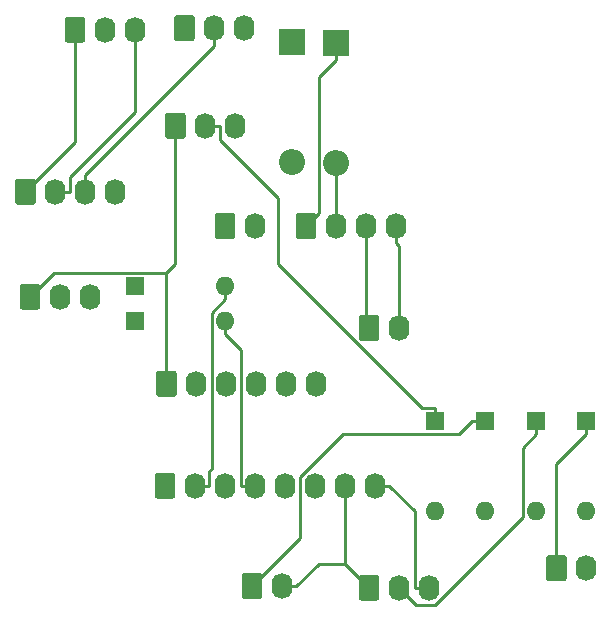
<source format=gbr>
G04 #@! TF.GenerationSoftware,KiCad,Pcbnew,(5.1.5-0-10_14)*
G04 #@! TF.CreationDate,2021-04-18T14:26:12+10:00*
G04 #@! TF.ProjectId,OH - Right Console - 2- Environmental Control System Panel,4f48202d-2052-4696-9768-7420436f6e73,rev?*
G04 #@! TF.SameCoordinates,Original*
G04 #@! TF.FileFunction,Copper,L2,Bot*
G04 #@! TF.FilePolarity,Positive*
%FSLAX46Y46*%
G04 Gerber Fmt 4.6, Leading zero omitted, Abs format (unit mm)*
G04 Created by KiCad (PCBNEW (5.1.5-0-10_14)) date 2021-04-18 14:26:12*
%MOMM*%
%LPD*%
G04 APERTURE LIST*
%ADD10O,1.740000X2.200000*%
%ADD11C,0.100000*%
%ADD12O,2.200000X2.200000*%
%ADD13R,2.200000X2.200000*%
%ADD14O,1.600000X1.600000*%
%ADD15R,1.600000X1.600000*%
%ADD16C,0.250000*%
G04 APERTURE END LIST*
D10*
X109855000Y-124460000D03*
G04 #@! TA.AperFunction,ComponentPad*
D11*
G36*
X107959505Y-123361204D02*
G01*
X107983773Y-123364804D01*
X108007572Y-123370765D01*
X108030671Y-123379030D01*
X108052850Y-123389520D01*
X108073893Y-123402132D01*
X108093599Y-123416747D01*
X108111777Y-123433223D01*
X108128253Y-123451401D01*
X108142868Y-123471107D01*
X108155480Y-123492150D01*
X108165970Y-123514329D01*
X108174235Y-123537428D01*
X108180196Y-123561227D01*
X108183796Y-123585495D01*
X108185000Y-123609999D01*
X108185000Y-125310001D01*
X108183796Y-125334505D01*
X108180196Y-125358773D01*
X108174235Y-125382572D01*
X108165970Y-125405671D01*
X108155480Y-125427850D01*
X108142868Y-125448893D01*
X108128253Y-125468599D01*
X108111777Y-125486777D01*
X108093599Y-125503253D01*
X108073893Y-125517868D01*
X108052850Y-125530480D01*
X108030671Y-125540970D01*
X108007572Y-125549235D01*
X107983773Y-125555196D01*
X107959505Y-125558796D01*
X107935001Y-125560000D01*
X106694999Y-125560000D01*
X106670495Y-125558796D01*
X106646227Y-125555196D01*
X106622428Y-125549235D01*
X106599329Y-125540970D01*
X106577150Y-125530480D01*
X106556107Y-125517868D01*
X106536401Y-125503253D01*
X106518223Y-125486777D01*
X106501747Y-125468599D01*
X106487132Y-125448893D01*
X106474520Y-125427850D01*
X106464030Y-125405671D01*
X106455765Y-125382572D01*
X106449804Y-125358773D01*
X106446204Y-125334505D01*
X106445000Y-125310001D01*
X106445000Y-123609999D01*
X106446204Y-123585495D01*
X106449804Y-123561227D01*
X106455765Y-123537428D01*
X106464030Y-123514329D01*
X106474520Y-123492150D01*
X106487132Y-123471107D01*
X106501747Y-123451401D01*
X106518223Y-123433223D01*
X106536401Y-123416747D01*
X106556107Y-123402132D01*
X106577150Y-123389520D01*
X106599329Y-123379030D01*
X106622428Y-123370765D01*
X106646227Y-123364804D01*
X106670495Y-123361204D01*
X106694999Y-123360000D01*
X107935001Y-123360000D01*
X107959505Y-123361204D01*
G37*
G04 #@! TD.AperFunction*
D10*
X109601000Y-115824000D03*
X107061000Y-115824000D03*
X104521000Y-115824000D03*
G04 #@! TA.AperFunction,ComponentPad*
D11*
G36*
X102625505Y-114725204D02*
G01*
X102649773Y-114728804D01*
X102673572Y-114734765D01*
X102696671Y-114743030D01*
X102718850Y-114753520D01*
X102739893Y-114766132D01*
X102759599Y-114780747D01*
X102777777Y-114797223D01*
X102794253Y-114815401D01*
X102808868Y-114835107D01*
X102821480Y-114856150D01*
X102831970Y-114878329D01*
X102840235Y-114901428D01*
X102846196Y-114925227D01*
X102849796Y-114949495D01*
X102851000Y-114973999D01*
X102851000Y-116674001D01*
X102849796Y-116698505D01*
X102846196Y-116722773D01*
X102840235Y-116746572D01*
X102831970Y-116769671D01*
X102821480Y-116791850D01*
X102808868Y-116812893D01*
X102794253Y-116832599D01*
X102777777Y-116850777D01*
X102759599Y-116867253D01*
X102739893Y-116881868D01*
X102718850Y-116894480D01*
X102696671Y-116904970D01*
X102673572Y-116913235D01*
X102649773Y-116919196D01*
X102625505Y-116922796D01*
X102601001Y-116924000D01*
X101360999Y-116924000D01*
X101336495Y-116922796D01*
X101312227Y-116919196D01*
X101288428Y-116913235D01*
X101265329Y-116904970D01*
X101243150Y-116894480D01*
X101222107Y-116881868D01*
X101202401Y-116867253D01*
X101184223Y-116850777D01*
X101167747Y-116832599D01*
X101153132Y-116812893D01*
X101140520Y-116791850D01*
X101130030Y-116769671D01*
X101121765Y-116746572D01*
X101115804Y-116722773D01*
X101112204Y-116698505D01*
X101111000Y-116674001D01*
X101111000Y-114973999D01*
X101112204Y-114949495D01*
X101115804Y-114925227D01*
X101121765Y-114901428D01*
X101130030Y-114878329D01*
X101140520Y-114856150D01*
X101153132Y-114835107D01*
X101167747Y-114815401D01*
X101184223Y-114797223D01*
X101202401Y-114780747D01*
X101222107Y-114766132D01*
X101243150Y-114753520D01*
X101265329Y-114743030D01*
X101288428Y-114734765D01*
X101312227Y-114728804D01*
X101336495Y-114725204D01*
X101360999Y-114724000D01*
X102601001Y-114724000D01*
X102625505Y-114725204D01*
G37*
G04 #@! TD.AperFunction*
D12*
X100838000Y-110363000D03*
D13*
X100838000Y-100203000D03*
D10*
X102870000Y-129159000D03*
X100330000Y-129159000D03*
X97790000Y-129159000D03*
X95250000Y-129159000D03*
X92710000Y-129159000D03*
G04 #@! TA.AperFunction,ComponentPad*
D11*
G36*
X90814505Y-128060204D02*
G01*
X90838773Y-128063804D01*
X90862572Y-128069765D01*
X90885671Y-128078030D01*
X90907850Y-128088520D01*
X90928893Y-128101132D01*
X90948599Y-128115747D01*
X90966777Y-128132223D01*
X90983253Y-128150401D01*
X90997868Y-128170107D01*
X91010480Y-128191150D01*
X91020970Y-128213329D01*
X91029235Y-128236428D01*
X91035196Y-128260227D01*
X91038796Y-128284495D01*
X91040000Y-128308999D01*
X91040000Y-130009001D01*
X91038796Y-130033505D01*
X91035196Y-130057773D01*
X91029235Y-130081572D01*
X91020970Y-130104671D01*
X91010480Y-130126850D01*
X90997868Y-130147893D01*
X90983253Y-130167599D01*
X90966777Y-130185777D01*
X90948599Y-130202253D01*
X90928893Y-130216868D01*
X90907850Y-130229480D01*
X90885671Y-130239970D01*
X90862572Y-130248235D01*
X90838773Y-130254196D01*
X90814505Y-130257796D01*
X90790001Y-130259000D01*
X89549999Y-130259000D01*
X89525495Y-130257796D01*
X89501227Y-130254196D01*
X89477428Y-130248235D01*
X89454329Y-130239970D01*
X89432150Y-130229480D01*
X89411107Y-130216868D01*
X89391401Y-130202253D01*
X89373223Y-130185777D01*
X89356747Y-130167599D01*
X89342132Y-130147893D01*
X89329520Y-130126850D01*
X89319030Y-130104671D01*
X89310765Y-130081572D01*
X89304804Y-130057773D01*
X89301204Y-130033505D01*
X89300000Y-130009001D01*
X89300000Y-128308999D01*
X89301204Y-128284495D01*
X89304804Y-128260227D01*
X89310765Y-128236428D01*
X89319030Y-128213329D01*
X89329520Y-128191150D01*
X89342132Y-128170107D01*
X89356747Y-128150401D01*
X89373223Y-128132223D01*
X89391401Y-128115747D01*
X89411107Y-128101132D01*
X89432150Y-128088520D01*
X89454329Y-128078030D01*
X89477428Y-128069765D01*
X89501227Y-128063804D01*
X89525495Y-128060204D01*
X89549999Y-128059000D01*
X90790001Y-128059000D01*
X90814505Y-128060204D01*
G37*
G04 #@! TD.AperFunction*
D14*
X95123000Y-123825000D03*
D15*
X87503000Y-123825000D03*
D10*
X99949000Y-146304000D03*
G04 #@! TA.AperFunction,ComponentPad*
D11*
G36*
X98053505Y-145205204D02*
G01*
X98077773Y-145208804D01*
X98101572Y-145214765D01*
X98124671Y-145223030D01*
X98146850Y-145233520D01*
X98167893Y-145246132D01*
X98187599Y-145260747D01*
X98205777Y-145277223D01*
X98222253Y-145295401D01*
X98236868Y-145315107D01*
X98249480Y-145336150D01*
X98259970Y-145358329D01*
X98268235Y-145381428D01*
X98274196Y-145405227D01*
X98277796Y-145429495D01*
X98279000Y-145453999D01*
X98279000Y-147154001D01*
X98277796Y-147178505D01*
X98274196Y-147202773D01*
X98268235Y-147226572D01*
X98259970Y-147249671D01*
X98249480Y-147271850D01*
X98236868Y-147292893D01*
X98222253Y-147312599D01*
X98205777Y-147330777D01*
X98187599Y-147347253D01*
X98167893Y-147361868D01*
X98146850Y-147374480D01*
X98124671Y-147384970D01*
X98101572Y-147393235D01*
X98077773Y-147399196D01*
X98053505Y-147402796D01*
X98029001Y-147404000D01*
X96788999Y-147404000D01*
X96764495Y-147402796D01*
X96740227Y-147399196D01*
X96716428Y-147393235D01*
X96693329Y-147384970D01*
X96671150Y-147374480D01*
X96650107Y-147361868D01*
X96630401Y-147347253D01*
X96612223Y-147330777D01*
X96595747Y-147312599D01*
X96581132Y-147292893D01*
X96568520Y-147271850D01*
X96558030Y-147249671D01*
X96549765Y-147226572D01*
X96543804Y-147202773D01*
X96540204Y-147178505D01*
X96539000Y-147154001D01*
X96539000Y-145453999D01*
X96540204Y-145429495D01*
X96543804Y-145405227D01*
X96549765Y-145381428D01*
X96558030Y-145358329D01*
X96568520Y-145336150D01*
X96581132Y-145315107D01*
X96595747Y-145295401D01*
X96612223Y-145277223D01*
X96630401Y-145260747D01*
X96650107Y-145246132D01*
X96671150Y-145233520D01*
X96693329Y-145223030D01*
X96716428Y-145214765D01*
X96740227Y-145208804D01*
X96764495Y-145205204D01*
X96788999Y-145204000D01*
X98029001Y-145204000D01*
X98053505Y-145205204D01*
G37*
G04 #@! TD.AperFunction*
D10*
X112395000Y-146431000D03*
X109855000Y-146431000D03*
G04 #@! TA.AperFunction,ComponentPad*
D11*
G36*
X107959505Y-145332204D02*
G01*
X107983773Y-145335804D01*
X108007572Y-145341765D01*
X108030671Y-145350030D01*
X108052850Y-145360520D01*
X108073893Y-145373132D01*
X108093599Y-145387747D01*
X108111777Y-145404223D01*
X108128253Y-145422401D01*
X108142868Y-145442107D01*
X108155480Y-145463150D01*
X108165970Y-145485329D01*
X108174235Y-145508428D01*
X108180196Y-145532227D01*
X108183796Y-145556495D01*
X108185000Y-145580999D01*
X108185000Y-147281001D01*
X108183796Y-147305505D01*
X108180196Y-147329773D01*
X108174235Y-147353572D01*
X108165970Y-147376671D01*
X108155480Y-147398850D01*
X108142868Y-147419893D01*
X108128253Y-147439599D01*
X108111777Y-147457777D01*
X108093599Y-147474253D01*
X108073893Y-147488868D01*
X108052850Y-147501480D01*
X108030671Y-147511970D01*
X108007572Y-147520235D01*
X107983773Y-147526196D01*
X107959505Y-147529796D01*
X107935001Y-147531000D01*
X106694999Y-147531000D01*
X106670495Y-147529796D01*
X106646227Y-147526196D01*
X106622428Y-147520235D01*
X106599329Y-147511970D01*
X106577150Y-147501480D01*
X106556107Y-147488868D01*
X106536401Y-147474253D01*
X106518223Y-147457777D01*
X106501747Y-147439599D01*
X106487132Y-147419893D01*
X106474520Y-147398850D01*
X106464030Y-147376671D01*
X106455765Y-147353572D01*
X106449804Y-147329773D01*
X106446204Y-147305505D01*
X106445000Y-147281001D01*
X106445000Y-145580999D01*
X106446204Y-145556495D01*
X106449804Y-145532227D01*
X106455765Y-145508428D01*
X106464030Y-145485329D01*
X106474520Y-145463150D01*
X106487132Y-145442107D01*
X106501747Y-145422401D01*
X106518223Y-145404223D01*
X106536401Y-145387747D01*
X106556107Y-145373132D01*
X106577150Y-145360520D01*
X106599329Y-145350030D01*
X106622428Y-145341765D01*
X106646227Y-145335804D01*
X106670495Y-145332204D01*
X106694999Y-145331000D01*
X107935001Y-145331000D01*
X107959505Y-145332204D01*
G37*
G04 #@! TD.AperFunction*
D10*
X125730000Y-144780000D03*
G04 #@! TA.AperFunction,ComponentPad*
D11*
G36*
X123834505Y-143681204D02*
G01*
X123858773Y-143684804D01*
X123882572Y-143690765D01*
X123905671Y-143699030D01*
X123927850Y-143709520D01*
X123948893Y-143722132D01*
X123968599Y-143736747D01*
X123986777Y-143753223D01*
X124003253Y-143771401D01*
X124017868Y-143791107D01*
X124030480Y-143812150D01*
X124040970Y-143834329D01*
X124049235Y-143857428D01*
X124055196Y-143881227D01*
X124058796Y-143905495D01*
X124060000Y-143929999D01*
X124060000Y-145630001D01*
X124058796Y-145654505D01*
X124055196Y-145678773D01*
X124049235Y-145702572D01*
X124040970Y-145725671D01*
X124030480Y-145747850D01*
X124017868Y-145768893D01*
X124003253Y-145788599D01*
X123986777Y-145806777D01*
X123968599Y-145823253D01*
X123948893Y-145837868D01*
X123927850Y-145850480D01*
X123905671Y-145860970D01*
X123882572Y-145869235D01*
X123858773Y-145875196D01*
X123834505Y-145878796D01*
X123810001Y-145880000D01*
X122569999Y-145880000D01*
X122545495Y-145878796D01*
X122521227Y-145875196D01*
X122497428Y-145869235D01*
X122474329Y-145860970D01*
X122452150Y-145850480D01*
X122431107Y-145837868D01*
X122411401Y-145823253D01*
X122393223Y-145806777D01*
X122376747Y-145788599D01*
X122362132Y-145768893D01*
X122349520Y-145747850D01*
X122339030Y-145725671D01*
X122330765Y-145702572D01*
X122324804Y-145678773D01*
X122321204Y-145654505D01*
X122320000Y-145630001D01*
X122320000Y-143929999D01*
X122321204Y-143905495D01*
X122324804Y-143881227D01*
X122330765Y-143857428D01*
X122339030Y-143834329D01*
X122349520Y-143812150D01*
X122362132Y-143791107D01*
X122376747Y-143771401D01*
X122393223Y-143753223D01*
X122411401Y-143736747D01*
X122431107Y-143722132D01*
X122452150Y-143709520D01*
X122474329Y-143699030D01*
X122497428Y-143690765D01*
X122521227Y-143684804D01*
X122545495Y-143681204D01*
X122569999Y-143680000D01*
X123810001Y-143680000D01*
X123834505Y-143681204D01*
G37*
G04 #@! TD.AperFunction*
D10*
X83693000Y-121793000D03*
X81153000Y-121793000D03*
G04 #@! TA.AperFunction,ComponentPad*
D11*
G36*
X79257505Y-120694204D02*
G01*
X79281773Y-120697804D01*
X79305572Y-120703765D01*
X79328671Y-120712030D01*
X79350850Y-120722520D01*
X79371893Y-120735132D01*
X79391599Y-120749747D01*
X79409777Y-120766223D01*
X79426253Y-120784401D01*
X79440868Y-120804107D01*
X79453480Y-120825150D01*
X79463970Y-120847329D01*
X79472235Y-120870428D01*
X79478196Y-120894227D01*
X79481796Y-120918495D01*
X79483000Y-120942999D01*
X79483000Y-122643001D01*
X79481796Y-122667505D01*
X79478196Y-122691773D01*
X79472235Y-122715572D01*
X79463970Y-122738671D01*
X79453480Y-122760850D01*
X79440868Y-122781893D01*
X79426253Y-122801599D01*
X79409777Y-122819777D01*
X79391599Y-122836253D01*
X79371893Y-122850868D01*
X79350850Y-122863480D01*
X79328671Y-122873970D01*
X79305572Y-122882235D01*
X79281773Y-122888196D01*
X79257505Y-122891796D01*
X79233001Y-122893000D01*
X77992999Y-122893000D01*
X77968495Y-122891796D01*
X77944227Y-122888196D01*
X77920428Y-122882235D01*
X77897329Y-122873970D01*
X77875150Y-122863480D01*
X77854107Y-122850868D01*
X77834401Y-122836253D01*
X77816223Y-122819777D01*
X77799747Y-122801599D01*
X77785132Y-122781893D01*
X77772520Y-122760850D01*
X77762030Y-122738671D01*
X77753765Y-122715572D01*
X77747804Y-122691773D01*
X77744204Y-122667505D01*
X77743000Y-122643001D01*
X77743000Y-120942999D01*
X77744204Y-120918495D01*
X77747804Y-120894227D01*
X77753765Y-120870428D01*
X77762030Y-120847329D01*
X77772520Y-120825150D01*
X77785132Y-120804107D01*
X77799747Y-120784401D01*
X77816223Y-120766223D01*
X77834401Y-120749747D01*
X77854107Y-120735132D01*
X77875150Y-120722520D01*
X77897329Y-120712030D01*
X77920428Y-120703765D01*
X77944227Y-120697804D01*
X77968495Y-120694204D01*
X77992999Y-120693000D01*
X79233001Y-120693000D01*
X79257505Y-120694204D01*
G37*
G04 #@! TD.AperFunction*
D10*
X96012000Y-107315000D03*
X93472000Y-107315000D03*
G04 #@! TA.AperFunction,ComponentPad*
D11*
G36*
X91576505Y-106216204D02*
G01*
X91600773Y-106219804D01*
X91624572Y-106225765D01*
X91647671Y-106234030D01*
X91669850Y-106244520D01*
X91690893Y-106257132D01*
X91710599Y-106271747D01*
X91728777Y-106288223D01*
X91745253Y-106306401D01*
X91759868Y-106326107D01*
X91772480Y-106347150D01*
X91782970Y-106369329D01*
X91791235Y-106392428D01*
X91797196Y-106416227D01*
X91800796Y-106440495D01*
X91802000Y-106464999D01*
X91802000Y-108165001D01*
X91800796Y-108189505D01*
X91797196Y-108213773D01*
X91791235Y-108237572D01*
X91782970Y-108260671D01*
X91772480Y-108282850D01*
X91759868Y-108303893D01*
X91745253Y-108323599D01*
X91728777Y-108341777D01*
X91710599Y-108358253D01*
X91690893Y-108372868D01*
X91669850Y-108385480D01*
X91647671Y-108395970D01*
X91624572Y-108404235D01*
X91600773Y-108410196D01*
X91576505Y-108413796D01*
X91552001Y-108415000D01*
X90311999Y-108415000D01*
X90287495Y-108413796D01*
X90263227Y-108410196D01*
X90239428Y-108404235D01*
X90216329Y-108395970D01*
X90194150Y-108385480D01*
X90173107Y-108372868D01*
X90153401Y-108358253D01*
X90135223Y-108341777D01*
X90118747Y-108323599D01*
X90104132Y-108303893D01*
X90091520Y-108282850D01*
X90081030Y-108260671D01*
X90072765Y-108237572D01*
X90066804Y-108213773D01*
X90063204Y-108189505D01*
X90062000Y-108165001D01*
X90062000Y-106464999D01*
X90063204Y-106440495D01*
X90066804Y-106416227D01*
X90072765Y-106392428D01*
X90081030Y-106369329D01*
X90091520Y-106347150D01*
X90104132Y-106326107D01*
X90118747Y-106306401D01*
X90135223Y-106288223D01*
X90153401Y-106271747D01*
X90173107Y-106257132D01*
X90194150Y-106244520D01*
X90216329Y-106234030D01*
X90239428Y-106225765D01*
X90263227Y-106219804D01*
X90287495Y-106216204D01*
X90311999Y-106215000D01*
X91552001Y-106215000D01*
X91576505Y-106216204D01*
G37*
G04 #@! TD.AperFunction*
D10*
X97663000Y-115824000D03*
G04 #@! TA.AperFunction,ComponentPad*
D11*
G36*
X95767505Y-114725204D02*
G01*
X95791773Y-114728804D01*
X95815572Y-114734765D01*
X95838671Y-114743030D01*
X95860850Y-114753520D01*
X95881893Y-114766132D01*
X95901599Y-114780747D01*
X95919777Y-114797223D01*
X95936253Y-114815401D01*
X95950868Y-114835107D01*
X95963480Y-114856150D01*
X95973970Y-114878329D01*
X95982235Y-114901428D01*
X95988196Y-114925227D01*
X95991796Y-114949495D01*
X95993000Y-114973999D01*
X95993000Y-116674001D01*
X95991796Y-116698505D01*
X95988196Y-116722773D01*
X95982235Y-116746572D01*
X95973970Y-116769671D01*
X95963480Y-116791850D01*
X95950868Y-116812893D01*
X95936253Y-116832599D01*
X95919777Y-116850777D01*
X95901599Y-116867253D01*
X95881893Y-116881868D01*
X95860850Y-116894480D01*
X95838671Y-116904970D01*
X95815572Y-116913235D01*
X95791773Y-116919196D01*
X95767505Y-116922796D01*
X95743001Y-116924000D01*
X94502999Y-116924000D01*
X94478495Y-116922796D01*
X94454227Y-116919196D01*
X94430428Y-116913235D01*
X94407329Y-116904970D01*
X94385150Y-116894480D01*
X94364107Y-116881868D01*
X94344401Y-116867253D01*
X94326223Y-116850777D01*
X94309747Y-116832599D01*
X94295132Y-116812893D01*
X94282520Y-116791850D01*
X94272030Y-116769671D01*
X94263765Y-116746572D01*
X94257804Y-116722773D01*
X94254204Y-116698505D01*
X94253000Y-116674001D01*
X94253000Y-114973999D01*
X94254204Y-114949495D01*
X94257804Y-114925227D01*
X94263765Y-114901428D01*
X94272030Y-114878329D01*
X94282520Y-114856150D01*
X94295132Y-114835107D01*
X94309747Y-114815401D01*
X94326223Y-114797223D01*
X94344401Y-114780747D01*
X94364107Y-114766132D01*
X94385150Y-114753520D01*
X94407329Y-114743030D01*
X94430428Y-114734765D01*
X94454227Y-114728804D01*
X94478495Y-114725204D01*
X94502999Y-114724000D01*
X95743001Y-114724000D01*
X95767505Y-114725204D01*
G37*
G04 #@! TD.AperFunction*
D10*
X87503000Y-99187000D03*
X84963000Y-99187000D03*
G04 #@! TA.AperFunction,ComponentPad*
D11*
G36*
X83067505Y-98088204D02*
G01*
X83091773Y-98091804D01*
X83115572Y-98097765D01*
X83138671Y-98106030D01*
X83160850Y-98116520D01*
X83181893Y-98129132D01*
X83201599Y-98143747D01*
X83219777Y-98160223D01*
X83236253Y-98178401D01*
X83250868Y-98198107D01*
X83263480Y-98219150D01*
X83273970Y-98241329D01*
X83282235Y-98264428D01*
X83288196Y-98288227D01*
X83291796Y-98312495D01*
X83293000Y-98336999D01*
X83293000Y-100037001D01*
X83291796Y-100061505D01*
X83288196Y-100085773D01*
X83282235Y-100109572D01*
X83273970Y-100132671D01*
X83263480Y-100154850D01*
X83250868Y-100175893D01*
X83236253Y-100195599D01*
X83219777Y-100213777D01*
X83201599Y-100230253D01*
X83181893Y-100244868D01*
X83160850Y-100257480D01*
X83138671Y-100267970D01*
X83115572Y-100276235D01*
X83091773Y-100282196D01*
X83067505Y-100285796D01*
X83043001Y-100287000D01*
X81802999Y-100287000D01*
X81778495Y-100285796D01*
X81754227Y-100282196D01*
X81730428Y-100276235D01*
X81707329Y-100267970D01*
X81685150Y-100257480D01*
X81664107Y-100244868D01*
X81644401Y-100230253D01*
X81626223Y-100213777D01*
X81609747Y-100195599D01*
X81595132Y-100175893D01*
X81582520Y-100154850D01*
X81572030Y-100132671D01*
X81563765Y-100109572D01*
X81557804Y-100085773D01*
X81554204Y-100061505D01*
X81553000Y-100037001D01*
X81553000Y-98336999D01*
X81554204Y-98312495D01*
X81557804Y-98288227D01*
X81563765Y-98264428D01*
X81572030Y-98241329D01*
X81582520Y-98219150D01*
X81595132Y-98198107D01*
X81609747Y-98178401D01*
X81626223Y-98160223D01*
X81644401Y-98143747D01*
X81664107Y-98129132D01*
X81685150Y-98116520D01*
X81707329Y-98106030D01*
X81730428Y-98097765D01*
X81754227Y-98091804D01*
X81778495Y-98088204D01*
X81802999Y-98087000D01*
X83043001Y-98087000D01*
X83067505Y-98088204D01*
G37*
G04 #@! TD.AperFunction*
D10*
X96774000Y-99060000D03*
X94234000Y-99060000D03*
G04 #@! TA.AperFunction,ComponentPad*
D11*
G36*
X92338505Y-97961204D02*
G01*
X92362773Y-97964804D01*
X92386572Y-97970765D01*
X92409671Y-97979030D01*
X92431850Y-97989520D01*
X92452893Y-98002132D01*
X92472599Y-98016747D01*
X92490777Y-98033223D01*
X92507253Y-98051401D01*
X92521868Y-98071107D01*
X92534480Y-98092150D01*
X92544970Y-98114329D01*
X92553235Y-98137428D01*
X92559196Y-98161227D01*
X92562796Y-98185495D01*
X92564000Y-98209999D01*
X92564000Y-99910001D01*
X92562796Y-99934505D01*
X92559196Y-99958773D01*
X92553235Y-99982572D01*
X92544970Y-100005671D01*
X92534480Y-100027850D01*
X92521868Y-100048893D01*
X92507253Y-100068599D01*
X92490777Y-100086777D01*
X92472599Y-100103253D01*
X92452893Y-100117868D01*
X92431850Y-100130480D01*
X92409671Y-100140970D01*
X92386572Y-100149235D01*
X92362773Y-100155196D01*
X92338505Y-100158796D01*
X92314001Y-100160000D01*
X91073999Y-100160000D01*
X91049495Y-100158796D01*
X91025227Y-100155196D01*
X91001428Y-100149235D01*
X90978329Y-100140970D01*
X90956150Y-100130480D01*
X90935107Y-100117868D01*
X90915401Y-100103253D01*
X90897223Y-100086777D01*
X90880747Y-100068599D01*
X90866132Y-100048893D01*
X90853520Y-100027850D01*
X90843030Y-100005671D01*
X90834765Y-99982572D01*
X90828804Y-99958773D01*
X90825204Y-99934505D01*
X90824000Y-99910001D01*
X90824000Y-98209999D01*
X90825204Y-98185495D01*
X90828804Y-98161227D01*
X90834765Y-98137428D01*
X90843030Y-98114329D01*
X90853520Y-98092150D01*
X90866132Y-98071107D01*
X90880747Y-98051401D01*
X90897223Y-98033223D01*
X90915401Y-98016747D01*
X90935107Y-98002132D01*
X90956150Y-97989520D01*
X90978329Y-97979030D01*
X91001428Y-97970765D01*
X91025227Y-97964804D01*
X91049495Y-97961204D01*
X91073999Y-97960000D01*
X92314001Y-97960000D01*
X92338505Y-97961204D01*
G37*
G04 #@! TD.AperFunction*
D10*
X85852000Y-112903000D03*
X83312000Y-112903000D03*
X80772000Y-112903000D03*
G04 #@! TA.AperFunction,ComponentPad*
D11*
G36*
X78876505Y-111804204D02*
G01*
X78900773Y-111807804D01*
X78924572Y-111813765D01*
X78947671Y-111822030D01*
X78969850Y-111832520D01*
X78990893Y-111845132D01*
X79010599Y-111859747D01*
X79028777Y-111876223D01*
X79045253Y-111894401D01*
X79059868Y-111914107D01*
X79072480Y-111935150D01*
X79082970Y-111957329D01*
X79091235Y-111980428D01*
X79097196Y-112004227D01*
X79100796Y-112028495D01*
X79102000Y-112052999D01*
X79102000Y-113753001D01*
X79100796Y-113777505D01*
X79097196Y-113801773D01*
X79091235Y-113825572D01*
X79082970Y-113848671D01*
X79072480Y-113870850D01*
X79059868Y-113891893D01*
X79045253Y-113911599D01*
X79028777Y-113929777D01*
X79010599Y-113946253D01*
X78990893Y-113960868D01*
X78969850Y-113973480D01*
X78947671Y-113983970D01*
X78924572Y-113992235D01*
X78900773Y-113998196D01*
X78876505Y-114001796D01*
X78852001Y-114003000D01*
X77611999Y-114003000D01*
X77587495Y-114001796D01*
X77563227Y-113998196D01*
X77539428Y-113992235D01*
X77516329Y-113983970D01*
X77494150Y-113973480D01*
X77473107Y-113960868D01*
X77453401Y-113946253D01*
X77435223Y-113929777D01*
X77418747Y-113911599D01*
X77404132Y-113891893D01*
X77391520Y-113870850D01*
X77381030Y-113848671D01*
X77372765Y-113825572D01*
X77366804Y-113801773D01*
X77363204Y-113777505D01*
X77362000Y-113753001D01*
X77362000Y-112052999D01*
X77363204Y-112028495D01*
X77366804Y-112004227D01*
X77372765Y-111980428D01*
X77381030Y-111957329D01*
X77391520Y-111935150D01*
X77404132Y-111914107D01*
X77418747Y-111894401D01*
X77435223Y-111876223D01*
X77453401Y-111859747D01*
X77473107Y-111845132D01*
X77494150Y-111832520D01*
X77516329Y-111822030D01*
X77539428Y-111813765D01*
X77563227Y-111807804D01*
X77587495Y-111804204D01*
X77611999Y-111803000D01*
X78852001Y-111803000D01*
X78876505Y-111804204D01*
G37*
G04 #@! TD.AperFunction*
D10*
X107823000Y-137795000D03*
X105283000Y-137795000D03*
X102743000Y-137795000D03*
X100203000Y-137795000D03*
X97663000Y-137795000D03*
X95123000Y-137795000D03*
X92583000Y-137795000D03*
G04 #@! TA.AperFunction,ComponentPad*
D11*
G36*
X90687505Y-136696204D02*
G01*
X90711773Y-136699804D01*
X90735572Y-136705765D01*
X90758671Y-136714030D01*
X90780850Y-136724520D01*
X90801893Y-136737132D01*
X90821599Y-136751747D01*
X90839777Y-136768223D01*
X90856253Y-136786401D01*
X90870868Y-136806107D01*
X90883480Y-136827150D01*
X90893970Y-136849329D01*
X90902235Y-136872428D01*
X90908196Y-136896227D01*
X90911796Y-136920495D01*
X90913000Y-136944999D01*
X90913000Y-138645001D01*
X90911796Y-138669505D01*
X90908196Y-138693773D01*
X90902235Y-138717572D01*
X90893970Y-138740671D01*
X90883480Y-138762850D01*
X90870868Y-138783893D01*
X90856253Y-138803599D01*
X90839777Y-138821777D01*
X90821599Y-138838253D01*
X90801893Y-138852868D01*
X90780850Y-138865480D01*
X90758671Y-138875970D01*
X90735572Y-138884235D01*
X90711773Y-138890196D01*
X90687505Y-138893796D01*
X90663001Y-138895000D01*
X89422999Y-138895000D01*
X89398495Y-138893796D01*
X89374227Y-138890196D01*
X89350428Y-138884235D01*
X89327329Y-138875970D01*
X89305150Y-138865480D01*
X89284107Y-138852868D01*
X89264401Y-138838253D01*
X89246223Y-138821777D01*
X89229747Y-138803599D01*
X89215132Y-138783893D01*
X89202520Y-138762850D01*
X89192030Y-138740671D01*
X89183765Y-138717572D01*
X89177804Y-138693773D01*
X89174204Y-138669505D01*
X89173000Y-138645001D01*
X89173000Y-136944999D01*
X89174204Y-136920495D01*
X89177804Y-136896227D01*
X89183765Y-136872428D01*
X89192030Y-136849329D01*
X89202520Y-136827150D01*
X89215132Y-136806107D01*
X89229747Y-136786401D01*
X89246223Y-136768223D01*
X89264401Y-136751747D01*
X89284107Y-136737132D01*
X89305150Y-136724520D01*
X89327329Y-136714030D01*
X89350428Y-136705765D01*
X89374227Y-136699804D01*
X89398495Y-136696204D01*
X89422999Y-136695000D01*
X90663001Y-136695000D01*
X90687505Y-136696204D01*
G37*
G04 #@! TD.AperFunction*
D12*
X104521000Y-110490000D03*
D13*
X104521000Y-100330000D03*
D14*
X117179000Y-139954000D03*
D15*
X117179000Y-132334000D03*
D14*
X121454000Y-139954000D03*
D15*
X121454000Y-132334000D03*
D14*
X125730000Y-139954000D03*
D15*
X125730000Y-132334000D03*
D14*
X95123000Y-120904000D03*
D15*
X87503000Y-120904000D03*
D14*
X112903000Y-139954000D03*
D15*
X112903000Y-132334000D03*
D16*
X112903000Y-132334000D02*
X112903000Y-131208700D01*
X93472000Y-107315000D02*
X94667300Y-107315000D01*
X94667300Y-107315000D02*
X94667300Y-108510300D01*
X94667300Y-108510300D02*
X99640500Y-113483500D01*
X99640500Y-113483500D02*
X99640500Y-119071500D01*
X99640500Y-119071500D02*
X111777700Y-131208700D01*
X111777700Y-131208700D02*
X112903000Y-131208700D01*
X95123000Y-120904000D02*
X95123000Y-122029300D01*
X92583000Y-137795000D02*
X93778300Y-137795000D01*
X93778300Y-137795000D02*
X93778300Y-136599700D01*
X93778300Y-136599700D02*
X93997700Y-136380300D01*
X93997700Y-136380300D02*
X93997700Y-123154600D01*
X93997700Y-123154600D02*
X95123000Y-122029300D01*
X125730000Y-132334000D02*
X125730000Y-133459300D01*
X125730000Y-133459300D02*
X123190000Y-135999300D01*
X123190000Y-135999300D02*
X123190000Y-144780000D01*
X121454000Y-132334000D02*
X121454000Y-133459300D01*
X109855000Y-146431000D02*
X111306100Y-147882100D01*
X111306100Y-147882100D02*
X112893800Y-147882100D01*
X112893800Y-147882100D02*
X120328700Y-140447200D01*
X120328700Y-140447200D02*
X120328700Y-134584600D01*
X120328700Y-134584600D02*
X121454000Y-133459300D01*
X95123000Y-123825000D02*
X95123000Y-124950300D01*
X97663000Y-137795000D02*
X96467700Y-137795000D01*
X96467700Y-137795000D02*
X96467700Y-126295000D01*
X96467700Y-126295000D02*
X95123000Y-124950300D01*
X117179000Y-132334000D02*
X116053700Y-132334000D01*
X116053700Y-132334000D02*
X114928400Y-133459300D01*
X114928400Y-133459300D02*
X105085200Y-133459300D01*
X105085200Y-133459300D02*
X101473000Y-137071500D01*
X101473000Y-137071500D02*
X101473000Y-142240000D01*
X101473000Y-142240000D02*
X97409000Y-146304000D01*
X107823000Y-137795000D02*
X109018300Y-137795000D01*
X112395000Y-146431000D02*
X111199700Y-146431000D01*
X109018300Y-137795000D02*
X111199700Y-139976400D01*
X111199700Y-139976400D02*
X111199700Y-146431000D01*
X105283000Y-144399000D02*
X107315000Y-146431000D01*
X105283000Y-137795000D02*
X105283000Y-144399000D01*
X105283000Y-144399000D02*
X103049300Y-144399000D01*
X103049300Y-144399000D02*
X101144300Y-146304000D01*
X99949000Y-146304000D02*
X101144300Y-146304000D01*
X90170000Y-119763000D02*
X80643000Y-119763000D01*
X80643000Y-119763000D02*
X78613000Y-121793000D01*
X90932000Y-107315000D02*
X90932000Y-119001000D01*
X90932000Y-119001000D02*
X90170000Y-119763000D01*
X90170000Y-119763000D02*
X90170000Y-129159000D01*
X83312000Y-112903000D02*
X83312000Y-111477700D01*
X94234000Y-99060000D02*
X94234000Y-100555700D01*
X94234000Y-100555700D02*
X83312000Y-111477700D01*
X80772000Y-112903000D02*
X81967300Y-112903000D01*
X87503000Y-99187000D02*
X87503000Y-106172000D01*
X87503000Y-106172000D02*
X81967300Y-111707700D01*
X81967300Y-111707700D02*
X81967300Y-112903000D01*
X82423000Y-99187000D02*
X82423000Y-108712000D01*
X82423000Y-108712000D02*
X78232000Y-112903000D01*
X104521000Y-110490000D02*
X104521000Y-115824000D01*
X104521000Y-100330000D02*
X104521000Y-101755300D01*
X104521000Y-101755300D02*
X103095700Y-103180600D01*
X103095700Y-103180600D02*
X103095700Y-114709300D01*
X103095700Y-114709300D02*
X101981000Y-115824000D01*
X109601000Y-115824000D02*
X109601000Y-117249300D01*
X109601000Y-117249300D02*
X109855000Y-117503300D01*
X109855000Y-117503300D02*
X109855000Y-124460000D01*
X107061000Y-115824000D02*
X107061000Y-124206000D01*
X107061000Y-124206000D02*
X107315000Y-124460000D01*
M02*

</source>
